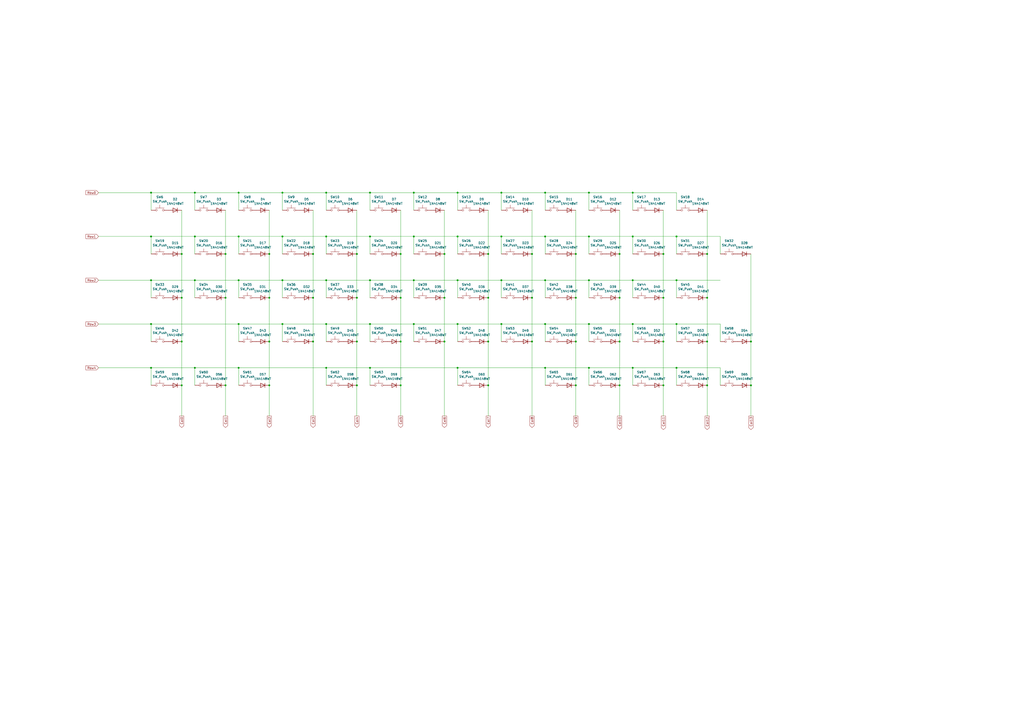
<source format=kicad_sch>
(kicad_sch (version 20250114) (generator "eeschema") (generator_version "9.0")
  (paper "A2")
  (junction (at 308.61 147.32))
  (junction (at 130.81 223.52))
  (junction (at 341.63 111.76))
  (junction (at 240.03 137.16))
  (junction (at 130.81 147.32))
  (junction (at 308.61 172.72))
  (junction (at 392.43 187.96))
  (junction (at 316.23 213.36))
  (junction (at 232.41 172.72))
  (junction (at 359.41 147.32))
  (junction (at 290.83 111.76))
  (junction (at 367.03 162.56))
  (junction (at 163.83 137.16))
  (junction (at 316.23 137.16))
  (junction (at 240.03 162.56))
  (junction (at 181.61 147.32))
  (junction (at 163.83 162.56))
  (junction (at 214.63 162.56))
  (junction (at 156.21 147.32))
  (junction (at 138.43 162.56))
  (junction (at 156.21 198.12))
  (junction (at 130.81 172.72))
  (junction (at 392.43 213.36))
  (junction (at 181.61 172.72))
  (junction (at 105.41 172.72))
  (junction (at 359.41 198.12))
  (junction (at 367.03 137.16))
  (junction (at 87.63 213.36))
  (junction (at 113.03 162.56))
  (junction (at 334.01 223.52))
  (junction (at 156.21 172.72))
  (junction (at 189.23 162.56))
  (junction (at 334.01 172.72))
  (junction (at 384.81 198.12))
  (junction (at 240.03 111.76))
  (junction (at 316.23 187.96))
  (junction (at 290.83 187.96))
  (junction (at 435.61 223.52))
  (junction (at 189.23 187.96))
  (junction (at 265.43 111.76))
  (junction (at 232.41 198.12))
  (junction (at 283.21 147.32))
  (junction (at 367.03 213.36))
  (junction (at 290.83 162.56))
  (junction (at 232.41 223.52))
  (junction (at 207.01 147.32))
  (junction (at 189.23 213.36))
  (junction (at 410.21 147.32))
  (junction (at 341.63 137.16))
  (junction (at 334.01 147.32))
  (junction (at 341.63 213.36))
  (junction (at 341.63 162.56))
  (junction (at 283.21 198.12))
  (junction (at 265.43 137.16))
  (junction (at 214.63 137.16))
  (junction (at 138.43 111.76))
  (junction (at 113.03 137.16))
  (junction (at 105.41 223.52))
  (junction (at 410.21 223.52))
  (junction (at 334.01 198.12))
  (junction (at 367.03 111.76))
  (junction (at 316.23 111.76))
  (junction (at 214.63 111.76))
  (junction (at 163.83 187.96))
  (junction (at 265.43 213.36))
  (junction (at 207.01 198.12))
  (junction (at 435.61 198.12))
  (junction (at 189.23 137.16))
  (junction (at 87.63 162.56))
  (junction (at 384.81 172.72))
  (junction (at 308.61 198.12))
  (junction (at 207.01 223.52))
  (junction (at 283.21 223.52))
  (junction (at 138.43 213.36))
  (junction (at 257.81 147.32))
  (junction (at 257.81 198.12))
  (junction (at 87.63 137.16))
  (junction (at 138.43 137.16))
  (junction (at 189.23 111.76))
  (junction (at 87.63 111.76))
  (junction (at 232.41 147.32))
  (junction (at 384.81 147.32))
  (junction (at 359.41 172.72))
  (junction (at 163.83 111.76))
  (junction (at 265.43 187.96))
  (junction (at 181.61 198.12))
  (junction (at 138.43 187.96))
  (junction (at 392.43 137.16))
  (junction (at 316.23 162.56))
  (junction (at 359.41 223.52))
  (junction (at 367.03 187.96))
  (junction (at 257.81 172.72))
  (junction (at 105.41 147.32))
  (junction (at 113.03 111.76))
  (junction (at 105.41 198.12))
  (junction (at 410.21 198.12))
  (junction (at 214.63 213.36))
  (junction (at 113.03 213.36))
  (junction (at 240.03 187.96))
  (junction (at 410.21 172.72))
  (junction (at 392.43 162.56))
  (junction (at 207.01 172.72))
  (junction (at 214.63 187.96))
  (junction (at 87.63 187.96))
  (junction (at 384.81 223.52))
  (junction (at 341.63 187.96))
  (junction (at 283.21 172.72))
  (junction (at 290.83 137.16))
  (junction (at 156.21 223.52))
  (junction (at 265.43 162.56))
  (wire (pts (xy 189.23 111.76) (xy 214.63 111.76)))
  (wire (pts (xy 113.03 162.56) (xy 138.43 162.56)))
  (wire (pts (xy 57.15 162.56) (xy 87.63 162.56)))
  (wire (pts (xy 367.03 137.16) (xy 367.03 147.32)))
  (wire (pts (xy 87.63 187.96) (xy 138.43 187.96)))
  (wire (pts (xy 283.21 223.52) (xy 283.21 241.3)))
  (wire (pts (xy 257.81 198.12) (xy 257.81 241.3)))
  (wire (pts (xy 214.63 213.36) (xy 214.63 223.52)))
  (wire (pts (xy 308.61 172.72) (xy 308.61 198.12)))
  (wire (pts (xy 189.23 187.96) (xy 214.63 187.96)))
  (wire (pts (xy 410.21 147.32) (xy 410.21 172.72)))
  (wire (pts (xy 214.63 137.16) (xy 240.03 137.16)))
  (wire (pts (xy 189.23 137.16) (xy 214.63 137.16)))
  (wire (pts (xy 417.83 213.36) (xy 417.83 223.52)))
  (wire (pts (xy 257.81 121.92) (xy 257.81 147.32)))
  (wire (pts (xy 290.83 137.16) (xy 290.83 147.32)))
  (wire (pts (xy 156.21 147.32) (xy 156.21 172.72)))
  (wire (pts (xy 189.23 213.36) (xy 189.23 223.52)))
  (wire (pts (xy 240.03 137.16) (xy 265.43 137.16)))
  (wire (pts (xy 189.23 111.76) (xy 189.23 121.92)))
  (wire (pts (xy 367.03 187.96) (xy 367.03 198.12)))
  (wire (pts (xy 290.83 162.56) (xy 316.23 162.56)))
  (wire (pts (xy 367.03 187.96) (xy 392.43 187.96)))
  (wire (pts (xy 359.41 147.32) (xy 359.41 172.72)))
  (wire (pts (xy 138.43 213.36) (xy 189.23 213.36)))
  (wire (pts (xy 87.63 111.76) (xy 113.03 111.76)))
  (wire (pts (xy 138.43 213.36) (xy 138.43 223.52)))
  (wire (pts (xy 214.63 137.16) (xy 214.63 147.32)))
  (wire (pts (xy 57.15 137.16) (xy 87.63 137.16)))
  (wire (pts (xy 87.63 213.36) (xy 87.63 223.52)))
  (wire (pts (xy 214.63 162.56) (xy 214.63 172.72)))
  (wire (pts (xy 138.43 111.76) (xy 138.43 121.92)))
  (wire (pts (xy 367.03 111.76) (xy 392.43 111.76)))
  (wire (pts (xy 214.63 162.56) (xy 240.03 162.56)))
  (wire (pts (xy 214.63 111.76) (xy 214.63 121.92)))
  (wire (pts (xy 384.81 121.92) (xy 384.81 147.32)))
  (wire (pts (xy 392.43 162.56) (xy 392.43 172.72)))
  (wire (pts (xy 265.43 187.96) (xy 290.83 187.96)))
  (wire (pts (xy 283.21 147.32) (xy 283.21 172.72)))
  (wire (pts (xy 392.43 187.96) (xy 417.83 187.96)))
  (wire (pts (xy 113.03 213.36) (xy 113.03 223.52)))
  (wire (pts (xy 163.83 162.56) (xy 189.23 162.56)))
  (wire (pts (xy 341.63 213.36) (xy 367.03 213.36)))
  (wire (pts (xy 384.81 198.12) (xy 384.81 223.52)))
  (wire (pts (xy 410.21 121.92) (xy 410.21 147.32)))
  (wire (pts (xy 316.23 187.96) (xy 316.23 198.12)))
  (wire (pts (xy 232.41 198.12) (xy 232.41 223.52)))
  (wire (pts (xy 214.63 187.96) (xy 214.63 198.12)))
  (wire (pts (xy 341.63 187.96) (xy 367.03 187.96)))
  (wire (pts (xy 359.41 223.52) (xy 359.41 241.3)))
  (wire (pts (xy 189.23 137.16) (xy 189.23 147.32)))
  (wire (pts (xy 113.03 137.16) (xy 138.43 137.16)))
  (wire (pts (xy 316.23 162.56) (xy 341.63 162.56)))
  (wire (pts (xy 207.01 121.92) (xy 207.01 147.32)))
  (wire (pts (xy 392.43 111.76) (xy 392.43 121.92)))
  (wire (pts (xy 105.41 121.92) (xy 105.41 147.32)))
  (wire (pts (xy 334.01 172.72) (xy 334.01 198.12)))
  (wire (pts (xy 265.43 213.36) (xy 316.23 213.36)))
  (wire (pts (xy 87.63 111.76) (xy 87.63 121.92)))
  (wire (pts (xy 265.43 213.36) (xy 265.43 223.52)))
  (wire (pts (xy 334.01 223.52) (xy 334.01 241.3)))
  (wire (pts (xy 130.81 172.72) (xy 130.81 223.52)))
  (wire (pts (xy 189.23 187.96) (xy 189.23 198.12)))
  (wire (pts (xy 410.21 172.72) (xy 410.21 198.12)))
  (wire (pts (xy 232.41 147.32) (xy 232.41 172.72)))
  (wire (pts (xy 189.23 162.56) (xy 214.63 162.56)))
  (wire (pts (xy 232.41 223.52) (xy 232.41 241.3)))
  (wire (pts (xy 334.01 121.92) (xy 334.01 147.32)))
  (wire (pts (xy 359.41 198.12) (xy 359.41 223.52)))
  (wire (pts (xy 392.43 162.56) (xy 417.83 162.56)))
  (wire (pts (xy 113.03 137.16) (xy 113.03 147.32)))
  (wire (pts (xy 367.03 111.76) (xy 367.03 121.92)))
  (wire (pts (xy 257.81 172.72) (xy 257.81 198.12)))
  (wire (pts (xy 341.63 162.56) (xy 367.03 162.56)))
  (wire (pts (xy 240.03 162.56) (xy 265.43 162.56)))
  (wire (pts (xy 105.41 198.12) (xy 105.41 223.52)))
  (wire (pts (xy 265.43 111.76) (xy 290.83 111.76)))
  (wire (pts (xy 384.81 172.72) (xy 384.81 198.12)))
  (wire (pts (xy 316.23 111.76) (xy 316.23 121.92)))
  (wire (pts (xy 341.63 213.36) (xy 341.63 223.52)))
  (wire (pts (xy 257.81 147.32) (xy 257.81 172.72)))
  (wire (pts (xy 138.43 111.76) (xy 163.83 111.76)))
  (wire (pts (xy 359.41 121.92) (xy 359.41 147.32)))
  (wire (pts (xy 290.83 162.56) (xy 290.83 172.72)))
  (wire (pts (xy 367.03 213.36) (xy 392.43 213.36)))
  (wire (pts (xy 290.83 187.96) (xy 290.83 198.12)))
  (wire (pts (xy 138.43 137.16) (xy 163.83 137.16)))
  (wire (pts (xy 57.15 111.76) (xy 87.63 111.76)))
  (wire (pts (xy 113.03 111.76) (xy 138.43 111.76)))
  (wire (pts (xy 207.01 147.32) (xy 207.01 172.72)))
  (wire (pts (xy 189.23 213.36) (xy 214.63 213.36)))
  (wire (pts (xy 87.63 162.56) (xy 113.03 162.56)))
  (wire (pts (xy 232.41 121.92) (xy 232.41 147.32)))
  (wire (pts (xy 181.61 198.12) (xy 181.61 241.3)))
  (wire (pts (xy 163.83 137.16) (xy 163.83 147.32)))
  (wire (pts (xy 87.63 213.36) (xy 113.03 213.36)))
  (wire (pts (xy 207.01 223.52) (xy 207.01 241.3)))
  (wire (pts (xy 189.23 162.56) (xy 189.23 172.72)))
  (wire (pts (xy 341.63 187.96) (xy 341.63 198.12)))
  (wire (pts (xy 240.03 137.16) (xy 240.03 147.32)))
  (wire (pts (xy 308.61 147.32) (xy 308.61 172.72)))
  (wire (pts (xy 410.21 223.52) (xy 410.21 241.3)))
  (wire (pts (xy 384.81 147.32) (xy 384.81 172.72)))
  (wire (pts (xy 290.83 137.16) (xy 316.23 137.16)))
  (wire (pts (xy 341.63 137.16) (xy 341.63 147.32)))
  (wire (pts (xy 138.43 162.56) (xy 138.43 172.72)))
  (wire (pts (xy 87.63 162.56) (xy 87.63 172.72)))
  (wire (pts (xy 392.43 137.16) (xy 417.83 137.16)))
  (wire (pts (xy 435.61 198.12) (xy 435.61 223.52)))
  (wire (pts (xy 290.83 111.76) (xy 290.83 121.92)))
  (wire (pts (xy 367.03 137.16) (xy 392.43 137.16)))
  (wire (pts (xy 207.01 198.12) (xy 207.01 223.52)))
  (wire (pts (xy 156.21 172.72) (xy 156.21 198.12)))
  (wire (pts (xy 384.81 223.52) (xy 384.81 241.3)))
  (wire (pts (xy 240.03 187.96) (xy 240.03 198.12)))
  (wire (pts (xy 316.23 213.36) (xy 316.23 223.52)))
  (wire (pts (xy 265.43 137.16) (xy 290.83 137.16)))
  (wire (pts (xy 334.01 147.32) (xy 334.01 172.72)))
  (wire (pts (xy 130.81 121.92) (xy 130.81 147.32)))
  (wire (pts (xy 341.63 162.56) (xy 341.63 172.72)))
  (wire (pts (xy 113.03 213.36) (xy 138.43 213.36)))
  (wire (pts (xy 283.21 172.72) (xy 283.21 198.12)))
  (wire (pts (xy 240.03 111.76) (xy 240.03 121.92)))
  (wire (pts (xy 57.15 187.96) (xy 87.63 187.96)))
  (wire (pts (xy 138.43 187.96) (xy 138.43 198.12)))
  (wire (pts (xy 163.83 162.56) (xy 163.83 172.72)))
  (wire (pts (xy 181.61 172.72) (xy 181.61 198.12)))
  (wire (pts (xy 232.41 172.72) (xy 232.41 198.12)))
  (wire (pts (xy 130.81 223.52) (xy 130.81 241.3)))
  (wire (pts (xy 435.61 147.32) (xy 435.61 198.12)))
  (wire (pts (xy 87.63 187.96) (xy 87.63 198.12)))
  (wire (pts (xy 265.43 187.96) (xy 265.43 198.12)))
  (wire (pts (xy 316.23 111.76) (xy 341.63 111.76)))
  (wire (pts (xy 316.23 187.96) (xy 341.63 187.96)))
  (wire (pts (xy 105.41 172.72) (xy 105.41 198.12)))
  (wire (pts (xy 283.21 121.92) (xy 283.21 147.32)))
  (wire (pts (xy 240.03 162.56) (xy 240.03 172.72)))
  (wire (pts (xy 392.43 213.36) (xy 392.43 223.52)))
  (wire (pts (xy 308.61 198.12) (xy 308.61 241.3)))
  (wire (pts (xy 316.23 137.16) (xy 316.23 147.32)))
  (wire (pts (xy 240.03 187.96) (xy 265.43 187.96)))
  (wire (pts (xy 163.83 187.96) (xy 163.83 198.12)))
  (wire (pts (xy 156.21 198.12) (xy 156.21 223.52)))
  (wire (pts (xy 57.15 213.36) (xy 87.63 213.36)))
  (wire (pts (xy 113.03 162.56) (xy 113.03 172.72)))
  (wire (pts (xy 316.23 213.36) (xy 341.63 213.36)))
  (wire (pts (xy 207.01 172.72) (xy 207.01 198.12)))
  (wire (pts (xy 359.41 172.72) (xy 359.41 198.12)))
  (wire (pts (xy 138.43 187.96) (xy 163.83 187.96)))
  (wire (pts (xy 392.43 187.96) (xy 392.43 198.12)))
  (wire (pts (xy 113.03 111.76) (xy 113.03 121.92)))
  (wire (pts (xy 105.41 147.32) (xy 105.41 172.72)))
  (wire (pts (xy 163.83 187.96) (xy 189.23 187.96)))
  (wire (pts (xy 87.63 137.16) (xy 87.63 147.32)))
  (wire (pts (xy 417.83 137.16) (xy 417.83 147.32)))
  (wire (pts (xy 265.43 111.76) (xy 265.43 121.92)))
  (wire (pts (xy 163.83 111.76) (xy 189.23 111.76)))
  (wire (pts (xy 130.81 147.32) (xy 130.81 172.72)))
  (wire (pts (xy 392.43 213.36) (xy 417.83 213.36)))
  (wire (pts (xy 163.83 111.76) (xy 163.83 121.92)))
  (wire (pts (xy 341.63 111.76) (xy 367.03 111.76)))
  (wire (pts (xy 181.61 147.32) (xy 181.61 172.72)))
  (wire (pts (xy 87.63 137.16) (xy 113.03 137.16)))
  (wire (pts (xy 392.43 137.16) (xy 392.43 147.32)))
  (wire (pts (xy 214.63 213.36) (xy 265.43 213.36)))
  (wire (pts (xy 105.41 223.52) (xy 105.41 241.3)))
  (wire (pts (xy 367.03 213.36) (xy 367.03 223.52)))
  (wire (pts (xy 156.21 223.52) (xy 156.21 241.3)))
  (wire (pts (xy 367.03 162.56) (xy 392.43 162.56)))
  (wire (pts (xy 156.21 121.92) (xy 156.21 147.32)))
  (wire (pts (xy 283.21 198.12) (xy 283.21 223.52)))
  (wire (pts (xy 334.01 198.12) (xy 334.01 223.52)))
  (wire (pts (xy 240.03 111.76) (xy 265.43 111.76)))
  (wire (pts (xy 265.43 162.56) (xy 290.83 162.56)))
  (wire (pts (xy 410.21 198.12) (xy 410.21 223.52)))
  (wire (pts (xy 435.61 223.52) (xy 435.61 241.3)))
  (wire (pts (xy 163.83 137.16) (xy 189.23 137.16)))
  (wire (pts (xy 316.23 137.16) (xy 341.63 137.16)))
  (wire (pts (xy 214.63 111.76) (xy 240.03 111.76)))
  (wire (pts (xy 138.43 137.16) (xy 138.43 147.32)))
  (wire (pts (xy 181.61 121.92) (xy 181.61 147.32)))
  (wire (pts (xy 214.63 187.96) (xy 240.03 187.96)))
  (wire (pts (xy 290.83 111.76) (xy 316.23 111.76)))
  (wire (pts (xy 341.63 111.76) (xy 341.63 121.92)))
  (wire (pts (xy 341.63 137.16) (xy 367.03 137.16)))
  (wire (pts (xy 417.83 187.96) (xy 417.83 198.12)))
  (wire (pts (xy 138.43 162.56) (xy 163.83 162.56)))
  (wire (pts (xy 367.03 162.56) (xy 367.03 172.72)))
  (wire (pts (xy 290.83 187.96) (xy 316.23 187.96)))
  (wire (pts (xy 265.43 162.56) (xy 265.43 172.72)))
  (wire (pts (xy 265.43 137.16) (xy 265.43 147.32)))
  (wire (pts (xy 316.23 162.56) (xy 316.23 172.72)))
  (wire (pts (xy 308.61 121.92) (xy 308.61 147.32)))
  (global_label "Col3" (shape output) (at 181.61 241.3 270) (property "Intersheetrefs" "${INTERSHEET_REFS}" (effects (hide yes))))
  (global_label "Row1" (shape input) (at 57.15 137.16 180) (property "Intersheetrefs" "${INTERSHEET_REFS}" (effects (hide yes))))
  (global_label "Col6" (shape output) (at 257.81 241.3 270) (property "Intersheetrefs" "${INTERSHEET_REFS}" (effects (hide yes))))
  (global_label "Col8" (shape output) (at 308.61 241.3 270) (property "Intersheetrefs" "${INTERSHEET_REFS}" (effects (hide yes))))
  (global_label "Col1" (shape output) (at 130.81 241.3 270) (property "Intersheetrefs" "${INTERSHEET_REFS}" (effects (hide yes))))
  (global_label "Col13" (shape output) (at 435.61 241.3 270) (property "Intersheetrefs" "${INTERSHEET_REFS}" (effects (hide yes))))
  (global_label "Col2" (shape output) (at 156.21 241.3 270) (property "Intersheetrefs" "${INTERSHEET_REFS}" (effects (hide yes))))
  (global_label "Col5" (shape output) (at 232.41 241.3 270) (property "Intersheetrefs" "${INTERSHEET_REFS}" (effects (hide yes))))
  (global_label "Row2" (shape input) (at 57.15 162.56 180) (property "Intersheetrefs" "${INTERSHEET_REFS}" (effects (hide yes))))
  (global_label "Col12" (shape output) (at 410.21 241.3 270) (property "Intersheetrefs" "${INTERSHEET_REFS}" (effects (hide yes))))
  (global_label "Col9" (shape output) (at 334.01 241.3 270) (property "Intersheetrefs" "${INTERSHEET_REFS}" (effects (hide yes))))
  (global_label "Col7" (shape output) (at 283.21 241.3 270) (property "Intersheetrefs" "${INTERSHEET_REFS}" (effects (hide yes))))
  (global_label "Col4" (shape output) (at 207.01 241.3 270) (property "Intersheetrefs" "${INTERSHEET_REFS}" (effects (hide yes))))
  (global_label "Col10" (shape output) (at 359.41 241.3 270) (property "Intersheetrefs" "${INTERSHEET_REFS}" (effects (hide yes))))
  (global_label "Row0" (shape input) (at 57.15 111.76 180) (property "Intersheetrefs" "${INTERSHEET_REFS}" (effects (hide yes))))
  (global_label "Row3" (shape input) (at 57.15 187.96 180) (property "Intersheetrefs" "${INTERSHEET_REFS}" (effects (hide yes))))
  (global_label "Col0" (shape output) (at 105.41 241.3 270) (property "Intersheetrefs" "${INTERSHEET_REFS}" (effects (hide yes))))
  (global_label "Col11" (shape output) (at 384.81 241.3 270) (property "Intersheetrefs" "${INTERSHEET_REFS}" (effects (hide yes))))
  (global_label "Row4" (shape input) (at 57.15 213.36 180) (property "Intersheetrefs" "${INTERSHEET_REFS}" (effects (hide yes))))
  (symbol (lib_id "Diode:1N4148WT") (at 203.2 172.72 180) (unit 1)
    (property "Reference" "D33" (at 203.2 166.37 0))
    (property "Value" "1N4148WT" (at 203.2 168.91 0))
    (property "Footprint" "Diode_SMD:D_SOD-323_HandSoldering" (effects (hide yes)))
    (property "Datasheet" "https://www.diodes.com/assets/Datasheets/ds30396.pdf" (effects (hide yes)))
    (property "Description" "75V 0.15A Fast switching Diode, SOD-523" (effects (hide yes)))
    (property "Sim.Device" "D" (effects (hide yes)))
    (property "Sim.Pins" "1=K 2=A" (effects (hide yes)))
  )
  (symbol (lib_id "Diode:1N4148WT") (at 381 172.72 180) (unit 1)
    (property "Reference" "D40" (at 381 166.37 0))
    (property "Value" "1N4148WT" (at 381 168.91 0))
    (property "Footprint" "Diode_SMD:D_SOD-323_HandSoldering" (effects (hide yes)))
    (property "Datasheet" "https://www.diodes.com/assets/Datasheets/ds30396.pdf" (effects (hide yes)))
    (property "Description" "75V 0.15A Fast switching Diode, SOD-523" (effects (hide yes)))
    (property "Sim.Device" "D" (effects (hide yes)))
    (property "Sim.Pins" "1=K 2=A" (effects (hide yes)))
  )
  (symbol (lib_id "Diode:1N4148WT") (at 101.6 121.92 180) (unit 1)
    (property "Reference" "D2" (at 101.6 115.57 0))
    (property "Value" "1N4148WT" (at 101.6 118.11 0))
    (property "Footprint" "Diode_SMD:D_SOD-323_HandSoldering" (effects (hide yes)))
    (property "Datasheet" "https://www.diodes.com/assets/Datasheets/ds30396.pdf" (effects (hide yes)))
    (property "Description" "75V 0.15A Fast switching Diode, SOD-523" (effects (hide yes)))
    (property "Sim.Device" "D" (effects (hide yes)))
    (property "Sim.Pins" "1=K 2=A" (effects (hide yes)))
  )
  (symbol (lib_id "Switch:SW_Push") (at 270.51 223.52 0) (unit 1)
    (property "Reference" "SW64" (at 270.51 215.9 0))
    (property "Value" "SW_Push" (at 270.51 218.44 0))
    (property "Footprint" "Button_Switch_Keyboard:SW_Cherry_MX_2.25u_PCB" (effects (hide yes)))
  )
  (symbol (lib_id "Diode:1N4148WT") (at 279.4 147.32 180) (unit 1)
    (property "Reference" "D22" (at 279.4 140.97 0))
    (property "Value" "1N4148WT" (at 279.4 143.51 0))
    (property "Footprint" "Diode_SMD:D_SOD-323_HandSoldering" (effects (hide yes)))
    (property "Datasheet" "https://www.diodes.com/assets/Datasheets/ds30396.pdf" (effects (hide yes)))
    (property "Description" "75V 0.15A Fast switching Diode, SOD-523" (effects (hide yes)))
    (property "Sim.Device" "D" (effects (hide yes)))
    (property "Sim.Pins" "1=K 2=A" (effects (hide yes)))
  )
  (symbol (lib_id "Diode:1N4148WT") (at 431.8 198.12 180) (unit 1)
    (property "Reference" "D54" (at 431.8 191.77 0))
    (property "Value" "1N4148WT" (at 431.8 194.31 0))
    (property "Footprint" "Diode_SMD:D_SOD-323_HandSoldering" (effects (hide yes)))
    (property "Datasheet" "https://www.diodes.com/assets/Datasheets/ds30396.pdf" (effects (hide yes)))
    (property "Description" "75V 0.15A Fast switching Diode, SOD-523" (effects (hide yes)))
    (property "Sim.Device" "D" (effects (hide yes)))
    (property "Sim.Pins" "1=K 2=A" (effects (hide yes)))
  )
  (symbol (lib_id "Diode:1N4148WT") (at 355.6 172.72 180) (unit 1)
    (property "Reference" "D39" (at 355.6 166.37 0))
    (property "Value" "1N4148WT" (at 355.6 168.91 0))
    (property "Footprint" "Diode_SMD:D_SOD-323_HandSoldering" (effects (hide yes)))
    (property "Datasheet" "https://www.diodes.com/assets/Datasheets/ds30396.pdf" (effects (hide yes)))
    (property "Description" "75V 0.15A Fast switching Diode, SOD-523" (effects (hide yes)))
    (property "Sim.Device" "D" (effects (hide yes)))
    (property "Sim.Pins" "1=K 2=A" (effects (hide yes)))
  )
  (symbol (lib_id "Switch:SW_Push") (at 397.51 147.32 0) (unit 1)
    (property "Reference" "SW31" (at 397.51 139.7 0))
    (property "Value" "SW_Push" (at 397.51 142.24 0))
    (property "Footprint" "Button_Switch_Keyboard:SW_Cherry_MX_1.00u_PCB" (effects (hide yes)))
    (property "Description" "Push button switch, generic, two pins" (effects (hide yes)))
  )
  (symbol (lib_id "Diode:1N4148WT") (at 381 198.12 180) (unit 1)
    (property "Reference" "D52" (at 381 191.77 0))
    (property "Value" "1N4148WT" (at 381 194.31 0))
    (property "Footprint" "Diode_SMD:D_SOD-323_HandSoldering" (effects (hide yes)))
    (property "Datasheet" "https://www.diodes.com/assets/Datasheets/ds30396.pdf" (effects (hide yes)))
    (property "Description" "75V 0.15A Fast switching Diode, SOD-523" (effects (hide yes)))
    (property "Sim.Device" "D" (effects (hide yes)))
    (property "Sim.Pins" "1=K 2=A" (effects (hide yes)))
  )
  (symbol (lib_id "Switch:SW_Push") (at 92.71 147.32 0) (unit 1)
    (property "Reference" "SW19" (at 92.71 139.7 0))
    (property "Value" "SW_Push" (at 92.71 142.24 0))
    (property "Footprint" "Button_Switch_Keyboard:SW_Cherry_MX_1.00u_PCB" (effects (hide yes)))
  )
  (symbol (lib_id "Diode:1N4148WT") (at 101.6 223.52 180) (unit 1)
    (property "Reference" "D55" (at 101.6 217.17 0))
    (property "Value" "1N4148WT" (at 101.6 219.71 0))
    (property "Footprint" "Diode_SMD:D_SOD-323_HandSoldering" (effects (hide yes)))
    (property "Datasheet" "https://www.diodes.com/assets/Datasheets/ds30396.pdf" (effects (hide yes)))
    (property "Description" "75V 0.15A Fast switching Diode, SOD-523" (effects (hide yes)))
    (property "Sim.Device" "D" (effects (hide yes)))
    (property "Sim.Pins" "1=K 2=A" (effects (hide yes)))
  )
  (symbol (lib_id "Switch:SW_Push") (at 92.71 223.52 0) (unit 1)
    (property "Reference" "SW59" (at 92.71 215.9 0))
    (property "Value" "SW_Push" (at 92.71 218.44 0))
    (property "Footprint" "Button_Switch_Keyboard:SW_Cherry_MX_1.25u_PCB" (effects (hide yes)))
    (property "Description" "Push button switch, generic, two pins" (effects (hide yes)))
  )
  (symbol (lib_id "Diode:1N4148WT") (at 431.8 223.52 180) (unit 1)
    (property "Reference" "D65" (at 431.8 217.17 0))
    (property "Value" "1N4148WT" (at 431.8 219.71 0))
    (property "Footprint" "Diode_SMD:D_SOD-323_HandSoldering" (effects (hide yes)))
    (property "Datasheet" "https://www.diodes.com/assets/Datasheets/ds30396.pdf" (effects (hide yes)))
    (property "Description" "75V 0.15A Fast switching Diode, SOD-523" (effects (hide yes)))
    (property "Sim.Device" "D" (effects (hide yes)))
    (property "Sim.Pins" "1=K 2=A" (effects (hide yes)))
  )
  (symbol (lib_id "Diode:1N4148WT") (at 152.4 198.12 180) (unit 1)
    (property "Reference" "D43" (at 152.4 191.77 0))
    (property "Value" "1N4148WT" (at 152.4 194.31 0))
    (property "Footprint" "Diode_SMD:D_SOD-323_HandSoldering" (effects (hide yes)))
    (property "Datasheet" "https://www.diodes.com/assets/Datasheets/ds30396.pdf" (effects (hide yes)))
    (property "Description" "75V 0.15A Fast switching Diode, SOD-523" (effects (hide yes)))
    (property "Sim.Device" "D" (effects (hide yes)))
    (property "Sim.Pins" "1=K 2=A" (effects (hide yes)))
  )
  (symbol (lib_id "Switch:SW_Push") (at 346.71 121.92 0) (unit 1)
    (property "Reference" "SW16" (at 346.71 114.3 0))
    (property "Value" "SW_Push" (at 346.71 116.84 0))
    (property "Footprint" "Button_Switch_Keyboard:SW_Cherry_MX_1.00u_PCB" (effects (hide yes)))
    (property "Description" "Push button switch, generic, two pins" (effects (hide yes)))
  )
  (symbol (lib_id "Diode:1N4148WT") (at 101.6 198.12 180) (unit 1)
    (property "Reference" "D42" (at 101.6 191.77 0))
    (property "Value" "1N4148WT" (at 101.6 194.31 0))
    (property "Footprint" "Diode_SMD:D_SOD-323_HandSoldering" (effects (hide yes)))
    (property "Datasheet" "https://www.diodes.com/assets/Datasheets/ds30396.pdf" (effects (hide yes)))
    (property "Description" "75V 0.15A Fast switching Diode, SOD-523" (effects (hide yes)))
    (property "Sim.Device" "D" (effects (hide yes)))
    (property "Sim.Pins" "1=K 2=A" (effects (hide yes)))
  )
  (symbol (lib_id "Diode:1N4148WT") (at 254 172.72 180) (unit 1)
    (property "Reference" "D35" (at 254 166.37 0))
    (property "Value" "1N4148WT" (at 254 168.91 0))
    (property "Footprint" "Diode_SMD:D_SOD-323_HandSoldering" (effects (hide yes)))
    (property "Datasheet" "https://www.diodes.com/assets/Datasheets/ds30396.pdf" (effects (hide yes)))
    (property "Description" "75V 0.15A Fast switching Diode, SOD-523" (effects (hide yes)))
    (property "Sim.Device" "D" (effects (hide yes)))
    (property "Sim.Pins" "1=K 2=A" (effects (hide yes)))
  )
  (symbol (lib_id "Diode:1N4148WT") (at 203.2 198.12 180) (unit 1)
    (property "Reference" "D45" (at 203.2 191.77 0))
    (property "Value" "1N4148WT" (at 203.2 194.31 0))
    (property "Footprint" "Diode_SMD:D_SOD-323_HandSoldering" (effects (hide yes)))
    (property "Datasheet" "https://www.diodes.com/assets/Datasheets/ds30396.pdf" (effects (hide yes)))
    (property "Description" "75V 0.15A Fast switching Diode, SOD-523" (effects (hide yes)))
    (property "Sim.Device" "D" (effects (hide yes)))
    (property "Sim.Pins" "1=K 2=A" (effects (hide yes)))
  )
  (symbol (lib_id "Switch:SW_Push") (at 92.71 121.92 0) (unit 1)
    (property "Reference" "SW6" (at 92.71 114.3 0))
    (property "Value" "SW_Push" (at 92.71 116.84 0))
    (property "Footprint" "Button_Switch_Keyboard:SW_Cherry_MX_1.25u_PCB" (effects (hide yes)))
  )
  (symbol (lib_id "Diode:1N4148WT") (at 330.2 147.32 180) (unit 1)
    (property "Reference" "D24" (at 330.2 140.97 0))
    (property "Value" "1N4148WT" (at 330.2 143.51 0))
    (property "Footprint" "Diode_SMD:D_SOD-323_HandSoldering" (effects (hide yes)))
    (property "Datasheet" "https://www.diodes.com/assets/Datasheets/ds30396.pdf" (effects (hide yes)))
    (property "Description" "75V 0.15A Fast switching Diode, SOD-523" (effects (hide yes)))
    (property "Sim.Device" "D" (effects (hide yes)))
    (property "Sim.Pins" "1=K 2=A" (effects (hide yes)))
  )
  (symbol (lib_id "Diode:1N4148WT") (at 228.6 147.32 180) (unit 1)
    (property "Reference" "D20" (at 228.6 140.97 0))
    (property "Value" "1N4148WT" (at 228.6 143.51 0))
    (property "Footprint" "Diode_SMD:D_SOD-323_HandSoldering" (effects (hide yes)))
    (property "Datasheet" "https://www.diodes.com/assets/Datasheets/ds30396.pdf" (effects (hide yes)))
    (property "Description" "75V 0.15A Fast switching Diode, SOD-523" (effects (hide yes)))
    (property "Sim.Device" "D" (effects (hide yes)))
    (property "Sim.Pins" "1=K 2=A" (effects (hide yes)))
  )
  (symbol (lib_id "Diode:1N4148WT") (at 228.6 121.92 180) (unit 1)
    (property "Reference" "D7" (at 228.6 115.57 0))
    (property "Value" "1N4148WT" (at 228.6 118.11 0))
    (property "Footprint" "Diode_SMD:D_SOD-323_HandSoldering" (effects (hide yes)))
    (property "Datasheet" "https://www.diodes.com/assets/Datasheets/ds30396.pdf" (effects (hide yes)))
    (property "Description" "75V 0.15A Fast switching Diode, SOD-523" (effects (hide yes)))
    (property "Sim.Device" "D" (effects (hide yes)))
    (property "Sim.Pins" "1=K 2=A" (effects (hide yes)))
  )
  (symbol (lib_id "Switch:SW_Push") (at 422.91 223.52 0) (unit 1)
    (property "Reference" "SW69" (at 422.91 215.9 0))
    (property "Value" "SW_Push" (at 422.91 218.44 0))
    (property "Footprint" "Button_Switch_Keyboard:SW_Cherry_MX_1.00u_PCB" (effects (hide yes)))
    (property "Description" "Push button switch, generic, two pins" (effects (hide yes)))
  )
  (symbol (lib_id "Diode:1N4148WT") (at 406.4 147.32 180) (unit 1)
    (property "Reference" "D27" (at 406.4 140.97 0))
    (property "Value" "1N4148WT" (at 406.4 143.51 0))
    (property "Footprint" "Diode_SMD:D_SOD-323_HandSoldering" (effects (hide yes)))
    (property "Datasheet" "https://www.diodes.com/assets/Datasheets/ds30396.pdf" (effects (hide yes)))
    (property "Description" "75V 0.15A Fast switching Diode, SOD-523" (effects (hide yes)))
    (property "Sim.Device" "D" (effects (hide yes)))
    (property "Sim.Pins" "1=K 2=A" (effects (hide yes)))
  )
  (symbol (lib_id "Switch:SW_Push") (at 194.31 147.32 0) (unit 1)
    (property "Reference" "SW23" (at 194.31 139.7 0))
    (property "Value" "SW_Push" (at 194.31 142.24 0))
    (property "Footprint" "Button_Switch_Keyboard:SW_Cherry_MX_1.00u_PCB" (effects (hide yes)))
    (property "Description" "Push button switch, generic, two pins" (effects (hide yes)))
  )
  (symbol (lib_id "Switch:SW_Push") (at 92.71 198.12 0) (unit 1)
    (property "Reference" "SW46" (at 92.71 190.5 0))
    (property "Value" "SW_Push" (at 92.71 193.04 0))
    (property "Footprint" "Button_Switch_Keyboard:SW_Cherry_MX_1.75u_PCB" (effects (hide yes)))
  )
  (symbol (lib_id "Switch:SW_Push") (at 270.51 121.92 0) (unit 1)
    (property "Reference" "SW13" (at 270.51 114.3 0))
    (property "Value" "SW_Push" (at 270.51 116.84 0))
    (property "Footprint" "Button_Switch_Keyboard:SW_Cherry_MX_1.00u_PCB" (effects (hide yes)))
    (property "Description" "Push button switch, generic, two pins" (effects (hide yes)))
  )
  (symbol (lib_id "Diode:1N4148WT") (at 228.6 172.72 180) (unit 1)
    (property "Reference" "D34" (at 228.6 166.37 0))
    (property "Value" "1N4148WT" (at 228.6 168.91 0))
    (property "Footprint" "Diode_SMD:D_SOD-323_HandSoldering" (effects (hide yes)))
    (property "Datasheet" "https://www.diodes.com/assets/Datasheets/ds30396.pdf" (effects (hide yes)))
    (property "Description" "75V 0.15A Fast switching Diode, SOD-523" (effects (hide yes)))
    (property "Sim.Device" "D" (effects (hide yes)))
    (property "Sim.Pins" "1=K 2=A" (effects (hide yes)))
  )
  (symbol (lib_id "Diode:1N4148WT") (at 381 223.52 180) (unit 1)
    (property "Reference" "D63" (at 381 217.17 0))
    (property "Value" "1N4148WT" (at 381 219.71 0))
    (property "Footprint" "Diode_SMD:D_SOD-323_HandSoldering" (effects (hide yes)))
    (property "Datasheet" "https://www.diodes.com/assets/Datasheets/ds30396.pdf" (effects (hide yes)))
    (property "Description" "75V 0.15A Fast switching Diode, SOD-523" (effects (hide yes)))
    (property "Sim.Device" "D" (effects (hide yes)))
    (property "Sim.Pins" "1=K 2=A" (effects (hide yes)))
  )
  (symbol (lib_id "Diode:1N4148WT") (at 152.4 147.32 180) (unit 1)
    (property "Reference" "D17" (at 152.4 140.97 0))
    (property "Value" "1N4148WT" (at 152.4 143.51 0))
    (property "Footprint" "Diode_SMD:D_SOD-323_HandSoldering" (effects (hide yes)))
    (property "Datasheet" "https://www.diodes.com/assets/Datasheets/ds30396.pdf" (effects (hide yes)))
    (property "Description" "75V 0.15A Fast switching Diode, SOD-523" (effects (hide yes)))
    (property "Sim.Device" "D" (effects (hide yes)))
    (property "Sim.Pins" "1=K 2=A" (effects (hide yes)))
  )
  (symbol (lib_id "Diode:1N4148WT") (at 330.2 121.92 180) (unit 1)
    (property "Reference" "D11" (at 330.2 115.57 0))
    (property "Value" "1N4148WT" (at 330.2 118.11 0))
    (property "Footprint" "Diode_SMD:D_SOD-323_HandSoldering" (effects (hide yes)))
    (property "Datasheet" "https://www.diodes.com/assets/Datasheets/ds30396.pdf" (effects (hide yes)))
    (property "Description" "75V 0.15A Fast switching Diode, SOD-523" (effects (hide yes)))
    (property "Sim.Device" "D" (effects (hide yes)))
    (property "Sim.Pins" "1=K 2=A" (effects (hide yes)))
  )
  (symbol (lib_id "Diode:1N4148WT") (at 355.6 223.52 180) (unit 1)
    (property "Reference" "D62" (at 355.6 217.17 0))
    (property "Value" "1N4148WT" (at 355.6 219.71 0))
    (property "Footprint" "Diode_SMD:D_SOD-323_HandSoldering" (effects (hide yes)))
    (property "Datasheet" "https://www.diodes.com/assets/Datasheets/ds30396.pdf" (effects (hide yes)))
    (property "Description" "75V 0.15A Fast switching Diode, SOD-523" (effects (hide yes)))
    (property "Sim.Device" "D" (effects (hide yes)))
    (property "Sim.Pins" "1=K 2=A" (effects (hide yes)))
  )
  (symbol (lib_id "Switch:SW_Push") (at 168.91 172.72 0) (unit 1)
    (property "Reference" "SW36" (at 168.91 165.1 0))
    (property "Value" "SW_Push" (at 168.91 167.64 0))
    (property "Footprint" "Button_Switch_Keyboard:SW_Cherry_MX_1.00u_PCB" (effects (hide yes)))
    (property "Description" "Push button switch, generic, two pins" (effects (hide yes)))
  )
  (symbol (lib_id "Diode:1N4148WT") (at 406.4 198.12 180) (unit 1)
    (property "Reference" "D53" (at 406.4 191.77 0))
    (property "Value" "1N4148WT" (at 406.4 194.31 0))
    (property "Footprint" "Diode_SMD:D_SOD-323_HandSoldering" (effects (hide yes)))
    (property "Datasheet" "https://www.diodes.com/assets/Datasheets/ds30396.pdf" (effects (hide yes)))
    (property "Description" "75V 0.15A Fast switching Diode, SOD-523" (effects (hide yes)))
    (property "Sim.Device" "D" (effects (hide yes)))
    (property "Sim.Pins" "1=K 2=A" (effects (hide yes)))
  )
  (symbol (lib_id "Diode:1N4148WT") (at 279.4 223.52 180) (unit 1)
    (property "Reference" "D60" (at 279.4 217.17 0))
    (property "Value" "1N4148WT" (at 279.4 219.71 0))
    (property "Footprint" "Diode_SMD:D_SOD-323_HandSoldering" (effects (hide yes)))
    (property "Datasheet" "https://www.diodes.com/assets/Datasheets/ds30396.pdf" (effects (hide yes)))
    (property "Description" "75V 0.15A Fast switching Diode, SOD-523" (effects (hide yes)))
    (property "Sim.Device" "D" (effects (hide yes)))
    (property "Sim.Pins" "1=K 2=A" (effects (hide yes)))
  )
  (symbol (lib_id "Switch:SW_Push") (at 245.11 147.32 0) (unit 1)
    (property "Reference" "SW25" (at 245.11 139.7 0))
    (property "Value" "SW_Push" (at 245.11 142.24 0))
    (property "Footprint" "Button_Switch_Keyboard:SW_Cherry_MX_1.00u_PCB" (effects (hide yes)))
    (property "Description" "Push button switch, generic, two pins" (effects (hide yes)))
  )
  (symbol (lib_id "Switch:SW_Push") (at 143.51 172.72 0) (unit 1)
    (property "Reference" "SW35" (at 143.51 165.1 0))
    (property "Value" "SW_Push" (at 143.51 167.64 0))
    (property "Footprint" "Button_Switch_Keyboard:SW_Cherry_MX_1.00u_PCB" (effects (hide yes)))
    (property "Description" "Push button switch, generic, two pins" (effects (hide yes)))
  )
  (symbol (lib_id "Switch:SW_Push") (at 295.91 147.32 0) (unit 1)
    (property "Reference" "SW27" (at 295.91 139.7 0))
    (property "Value" "SW_Push" (at 295.91 142.24 0))
    (property "Footprint" "Button_Switch_Keyboard:SW_Cherry_MX_1.00u_PCB" (effects (hide yes)))
    (property "Description" "Push button switch, generic, two pins" (effects (hide yes)))
  )
  (symbol (lib_id "Switch:SW_Push") (at 219.71 223.52 0) (unit 1)
    (property "Reference" "SW63" (at 219.71 215.9 0))
    (property "Value" "SW_Push" (at 219.71 218.44 0))
    (property "Footprint" "Button_Switch_Keyboard:SW_Cherry_MX_1.75u_PCB" (effects (hide yes)))
  )
  (symbol (lib_id "Diode:1N4148WT") (at 152.4 121.92 180) (unit 1)
    (property "Reference" "D4" (at 152.4 115.57 0))
    (property "Value" "1N4148WT" (at 152.4 118.11 0))
    (property "Footprint" "Diode_SMD:D_SOD-323_HandSoldering" (effects (hide yes)))
    (property "Datasheet" "https://www.diodes.com/assets/Datasheets/ds30396.pdf" (effects (hide yes)))
    (property "Description" "75V 0.15A Fast switching Diode, SOD-523" (effects (hide yes)))
    (property "Sim.Device" "D" (effects (hide yes)))
    (property "Sim.Pins" "1=K 2=A" (effects (hide yes)))
  )
  (symbol (lib_id "Switch:SW_Push") (at 397.51 223.52 0) (unit 1)
    (property "Reference" "SW68" (at 397.51 215.9 0))
    (property "Value" "SW_Push" (at 397.51 218.44 0))
    (property "Footprint" "Button_Switch_Keyboard:SW_Cherry_MX_1.00u_PCB" (effects (hide yes)))
    (property "Description" "Push button switch, generic, two pins" (effects (hide yes)))
  )
  (symbol (lib_id "Switch:SW_Push") (at 321.31 147.32 0) (unit 1)
    (property "Reference" "SW28" (at 321.31 139.7 0))
    (property "Value" "SW_Push" (at 321.31 142.24 0))
    (property "Footprint" "Button_Switch_Keyboard:SW_Cherry_MX_1.00u_PCB" (effects (hide yes)))
    (property "Description" "Push button switch, generic, two pins" (effects (hide yes)))
  )
  (symbol (lib_id "Switch:SW_Push") (at 422.91 198.12 0) (unit 1)
    (property "Reference" "SW58" (at 422.91 190.5 0))
    (property "Value" "SW_Push" (at 422.91 193.04 0))
    (property "Footprint" "Button_Switch_Keyboard:SW_Cherry_MX_1.00u_PCB" (effects (hide yes)))
  )
  (symbol (lib_id "Switch:SW_Push") (at 397.51 121.92 0) (unit 1)
    (property "Reference" "SW18" (at 397.51 114.3 0))
    (property "Value" "SW_Push" (at 397.51 116.84 0))
    (property "Footprint" "Button_Switch_Keyboard:SW_Cherry_MX_1.00u_PCB" (effects (hide yes)))
    (property "Description" "Push button switch, generic, two pins" (effects (hide yes)))
  )
  (symbol (lib_id "Switch:SW_Push") (at 372.11 198.12 0) (unit 1)
    (property "Reference" "SW56" (at 372.11 190.5 0))
    (property "Value" "SW_Push" (at 372.11 193.04 0))
    (property "Footprint" "Button_Switch_Keyboard:SW_Cherry_MX_1.00u_PCB" (effects (hide yes)))
    (property "Description" "Push button switch, generic, two pins" (effects (hide yes)))
  )
  (symbol (lib_id "Switch:SW_Push") (at 270.51 172.72 0) (unit 1)
    (property "Reference" "SW40" (at 270.51 165.1 0))
    (property "Value" "SW_Push" (at 270.51 167.64 0))
    (property "Footprint" "Button_Switch_Keyboard:SW_Cherry_MX_1.00u_PCB" (effects (hide yes)))
    (property "Description" "Push button switch, generic, two pins" (effects (hide yes)))
  )
  (symbol (lib_id "Switch:SW_Push") (at 143.51 147.32 0) (unit 1)
    (property "Reference" "SW21" (at 143.51 139.7 0))
    (property "Value" "SW_Push" (at 143.51 142.24 0))
    (property "Footprint" "Button_Switch_Keyboard:SW_Cherry_MX_1.00u_PCB" (effects (hide yes)))
    (property "Description" "Push button switch, generic, two pins" (effects (hide yes)))
  )
  (symbol (lib_id "Switch:SW_Push") (at 245.11 198.12 0) (unit 1)
    (property "Reference" "SW51" (at 245.11 190.5 0))
    (property "Value" "SW_Push" (at 245.11 193.04 0))
    (property "Footprint" "Button_Switch_Keyboard:SW_Cherry_MX_1.00u_PCB" (effects (hide yes)))
    (property "Description" "Push button switch, generic, two pins" (effects (hide yes)))
  )
  (symbol (lib_id "Diode:1N4148WT") (at 254 147.32 180) (unit 1)
    (property "Reference" "D21" (at 254 140.97 0))
    (property "Value" "1N4148WT" (at 254 143.51 0))
    (property "Footprint" "Diode_SMD:D_SOD-323_HandSoldering" (effects (hide yes)))
    (property "Datasheet" "https://www.diodes.com/assets/Datasheets/ds30396.pdf" (effects (hide yes)))
    (property "Description" "75V 0.15A Fast switching Diode, SOD-523" (effects (hide yes)))
    (property "Sim.Device" "D" (effects (hide yes)))
    (property "Sim.Pins" "1=K 2=A" (effects (hide yes)))
  )
  (symbol (lib_id "Diode:1N4148WT") (at 203.2 223.52 180) (unit 1)
    (property "Reference" "D58" (at 203.2 217.17 0))
    (property "Value" "1N4148WT" (at 203.2 219.71 0))
    (property "Footprint" "Diode_SMD:D_SOD-323_HandSoldering" (effects (hide yes)))
    (property "Datasheet" "https://www.diodes.com/assets/Datasheets/ds30396.pdf" (effects (hide yes)))
    (property "Description" "75V 0.15A Fast switching Diode, SOD-523" (effects (hide yes)))
    (property "Sim.Device" "D" (effects (hide yes)))
    (property "Sim.Pins" "1=K 2=A" (effects (hide yes)))
  )
  (symbol (lib_id "Diode:1N4148WT") (at 228.6 198.12 180) (unit 1)
    (property "Reference" "D46" (at 228.6 191.77 0))
    (property "Value" "1N4148WT" (at 228.6 194.31 0))
    (property "Footprint" "Diode_SMD:D_SOD-323_HandSoldering" (effects (hide yes)))
    (property "Datasheet" "https://www.diodes.com/assets/Datasheets/ds30396.pdf" (effects (hide yes)))
    (property "Description" "75V 0.15A Fast switching Diode, SOD-523" (effects (hide yes)))
    (property "Sim.Device" "D" (effects (hide yes)))
    (property "Sim.Pins" "1=K 2=A" (effects (hide yes)))
  )
  (symbol (lib_id "Switch:SW_Push") (at 168.91 198.12 0) (unit 1)
    (property "Reference" "SW48" (at 168.91 190.5 0))
    (property "Value" "SW_Push" (at 168.91 193.04 0))
    (property "Footprint" "Button_Switch_Keyboard:SW_Cherry_MX_1.00u_PCB" (effects (hide yes)))
    (property "Description" "Push button switch, generic, two pins" (effects (hide yes)))
  )
  (symbol (lib_id "Diode:1N4148WT") (at 177.8 198.12 180) (unit 1)
    (property "Reference" "D44" (at 177.8 191.77 0))
    (property "Value" "1N4148WT" (at 177.8 194.31 0))
    (property "Footprint" "Diode_SMD:D_SOD-323_HandSoldering" (effects (hide yes)))
    (property "Datasheet" "https://www.diodes.com/assets/Datasheets/ds30396.pdf" (effects (hide yes)))
    (property "Description" "75V 0.15A Fast switching Diode, SOD-523" (effects (hide yes)))
    (property "Sim.Device" "D" (effects (hide yes)))
    (property "Sim.Pins" "1=K 2=A" (effects (hide yes)))
  )
  (symbol (lib_id "Switch:SW_Push") (at 219.71 147.32 0) (unit 1)
    (property "Reference" "SW24" (at 219.71 139.7 0))
    (property "Value" "SW_Push" (at 219.71 142.24 0))
    (property "Footprint" "Button_Switch_Keyboard:SW_Cherry_MX_1.00u_PCB" (effects (hide yes)))
    (property "Description" "Push button switch, generic, two pins" (effects (hide yes)))
  )
  (symbol (lib_id "Switch:SW_Push") (at 346.71 198.12 0) (unit 1)
    (property "Reference" "SW55" (at 346.71 190.5 0))
    (property "Value" "SW_Push" (at 346.71 193.04 0))
    (property "Footprint" "Button_Switch_Keyboard:SW_Cherry_MX_1.00u_PCB" (effects (hide yes)))
    (property "Description" "Push button switch, generic, two pins" (effects (hide yes)))
  )
  (symbol (lib_id "Diode:1N4148WT") (at 330.2 198.12 180) (unit 1)
    (property "Reference" "D50" (at 330.2 191.77 0))
    (property "Value" "1N4148WT" (at 330.2 194.31 0))
    (property "Footprint" "Diode_SMD:D_SOD-323_HandSoldering" (effects (hide yes)))
    (property "Datasheet" "https://www.diodes.com/assets/Datasheets/ds30396.pdf" (effects (hide yes)))
    (property "Description" "75V 0.15A Fast switching Diode, SOD-523" (effects (hide yes)))
    (property "Sim.Device" "D" (effects (hide yes)))
    (property "Sim.Pins" "1=K 2=A" (effects (hide yes)))
  )
  (symbol (lib_id "Switch:SW_Push") (at 118.11 121.92 0) (unit 1)
    (property "Reference" "SW7" (at 118.11 114.3 0))
    (property "Value" "SW_Push" (at 118.11 116.84 0))
    (property "Footprint" "Button_Switch_Keyboard:SW_Cherry_MX_1.00u_PCB" (effects (hide yes)))
    (property "Description" "Push button switch, generic, two pins" (effects (hide yes)))
  )
  (symbol (lib_id "Switch:SW_Push") (at 92.71 172.72 0) (unit 1)
    (property "Reference" "SW33" (at 92.71 165.1 0))
    (property "Value" "SW_Push" (at 92.71 167.64 0))
    (property "Footprint" "Button_Switch_Keyboard:SW_Cherry_MX_1.25u_PCB" (effects (hide yes)))
  )
  (symbol (lib_id "Switch:SW_Push") (at 372.11 223.52 0) (unit 1)
    (property "Reference" "SW67" (at 372.11 215.9 0))
    (property "Value" "SW_Push" (at 372.11 218.44 0))
    (property "Footprint" "Button_Switch_Keyboard:SW_Cherry_MX_1.00u_PCB" (effects (hide yes)))
    (property "Description" "Push button switch, generic, two pins" (effects (hide yes)))
  )
  (symbol (lib_id "Switch:SW_Push") (at 168.91 121.92 0) (unit 1)
    (property "Reference" "SW9" (at 168.91 114.3 0))
    (property "Value" "SW_Push" (at 168.91 116.84 0))
    (property "Footprint" "Button_Switch_Keyboard:SW_Cherry_MX_1.00u_PCB" (effects (hide yes)))
    (property "Description" "Push button switch, generic, two pins" (effects (hide yes)))
  )
  (symbol (lib_id "Switch:SW_Push") (at 397.51 172.72 0) (unit 1)
    (property "Reference" "SW45" (at 397.51 165.1 0))
    (property "Value" "SW_Push" (at 397.51 167.64 0))
    (property "Footprint" "Button_Switch_Keyboard:SW_Cherry_MX_1.75u_PCB" (effects (hide yes)))
    (property "Description" "Push button switch, generic, two pins" (effects (hide yes)))
  )
  (symbol (lib_id "Switch:SW_Push") (at 219.71 198.12 0) (unit 1)
    (property "Reference" "SW50" (at 219.71 190.5 0))
    (property "Value" "SW_Push" (at 219.71 193.04 0))
    (property "Footprint" "Button_Switch_Keyboard:SW_Cherry_MX_1.00u_PCB" (effects (hide yes)))
    (property "Description" "Push button switch, generic, two pins" (effects (hide yes)))
  )
  (symbol (lib_id "Diode:1N4148WT") (at 127 121.92 180) (unit 1)
    (property "Reference" "D3" (at 127 115.57 0))
    (property "Value" "1N4148WT" (at 127 118.11 0))
    (property "Footprint" "Diode_SMD:D_SOD-323_HandSoldering" (effects (hide yes)))
    (property "Datasheet" "https://www.diodes.com/assets/Datasheets/ds30396.pdf" (effects (hide yes)))
    (property "Description" "75V 0.15A Fast switching Diode, SOD-523" (effects (hide yes)))
    (property "Sim.Device" "D" (effects (hide yes)))
    (property "Sim.Pins" "1=K 2=A" (effects (hide yes)))
  )
  (symbol (lib_id "Diode:1N4148WT") (at 203.2 121.92 180) (unit 1)
    (property "Reference" "D6" (at 203.2 115.57 0))
    (property "Value" "1N4148WT" (at 203.2 118.11 0))
    (property "Footprint" "Diode_SMD:D_SOD-323_HandSoldering" (effects (hide yes)))
    (property "Datasheet" "https://www.diodes.com/assets/Datasheets/ds30396.pdf" (effects (hide yes)))
    (property "Description" "75V 0.15A Fast switching Diode, SOD-523" (effects (hide yes)))
    (property "Sim.Device" "D" (effects (hide yes)))
    (property "Sim.Pins" "1=K 2=A" (effects (hide yes)))
  )
  (symbol (lib_id "Diode:1N4148WT") (at 355.6 198.12 180) (unit 1)
    (property "Reference" "D51" (at 355.6 191.77 0))
    (property "Value" "1N4148WT" (at 355.6 194.31 0))
    (property "Footprint" "Diode_SMD:D_SOD-323_HandSoldering" (effects (hide yes)))
    (property "Datasheet" "https://www.diodes.com/assets/Datasheets/ds30396.pdf" (effects (hide yes)))
    (property "Description" "75V 0.15A Fast switching Diode, SOD-523" (effects (hide yes)))
    (property "Sim.Device" "D" (effects (hide yes)))
    (property "Sim.Pins" "1=K 2=A" (effects (hide yes)))
  )
  (symbol (lib_id "Diode:1N4148WT") (at 254 121.92 180) (unit 1)
    (property "Reference" "D8" (at 254 115.57 0))
    (property "Value" "1N4148WT" (at 254 118.11 0))
    (property "Footprint" "Diode_SMD:D_SOD-323_HandSoldering" (effects (hide yes)))
    (property "Datasheet" "https://www.diodes.com/assets/Datasheets/ds30396.pdf" (effects (hide yes)))
    (property "Description" "75V 0.15A Fast switching Diode, SOD-523" (effects (hide yes)))
    (property "Sim.Device" "D" (effects (hide yes)))
    (property "Sim.Pins" "1=K 2=A" (effects (hide yes)))
  )
  (symbol (lib_id "Diode:1N4148WT") (at 127 223.52 180) (unit 1)
    (property "Reference" "D56" (at 127 217.17 0))
    (property "Value" "1N4148WT" (at 127 219.71 0))
    (property "Footprint" "Diode_SMD:D_SOD-523" (effects (hide yes)))
    (property "Datasheet" "https://www.diodes.com/assets/Datasheets/ds30396.pdf" (effects (hide yes)))
    (property "Description" "75V 0.15A Fast switching Diode, SOD-523" (effects (hide yes)))
    (property "Sim.Device" "D" (effects (hide yes)))
    (property "Sim.Pins" "1=K 2=A" (effects (hide yes)))
  )
  (symbol (lib_id "Diode:1N4148WT") (at 254 198.12 180) (unit 1)
    (property "Reference" "D47" (at 254 191.77 0))
    (property "Value" "1N4148WT" (at 254 194.31 0))
    (property "Footprint" "Diode_SMD:D_SOD-323_HandSoldering" (effects (hide yes)))
    (property "Datasheet" "https://www.diodes.com/assets/Datasheets/ds30396.pdf" (effects (hide yes)))
    (property "Description" "75V 0.15A Fast switching Diode, SOD-523" (effects (hide yes)))
    (property "Sim.Device" "D" (effects (hide yes)))
    (property "Sim.Pins" "1=K 2=A" (effects (hide yes)))
  )
  (symbol (lib_id "Switch:SW_Push") (at 321.31 198.12 0) (unit 1)
    (property "Reference" "SW54" (at 321.31 190.5 0))
    (property "Value" "SW_Push" (at 321.31 193.04 0))
    (property "Footprint" "Button_Switch_Keyboard:SW_Cherry_MX_1.00u_PCB" (effects (hide yes)))
    (property "Description" "Push button switch, generic, two pins" (effects (hide yes)))
  )
  (symbol (lib_id "Diode:1N4148WT") (at 152.4 172.72 180) (unit 1)
    (property "Reference" "D31" (at 152.4 166.37 0))
    (property "Value" "1N4148WT" (at 152.4 168.91 0))
    (property "Footprint" "Diode_SMD:D_SOD-323_HandSoldering" (effects (hide yes)))
    (property "Datasheet" "https://www.diodes.com/assets/Datasheets/ds30396.pdf" (effects (hide yes)))
    (property "Description" "75V 0.15A Fast switching Diode, SOD-523" (effects (hide yes)))
    (property "Sim.Device" "D" (effects (hide yes)))
    (property "Sim.Pins" "1=K 2=A" (effects (hide yes)))
  )
  (symbol (lib_id "Switch:SW_Push") (at 168.91 147.32 0) (unit 1)
    (property "Reference" "SW22" (at 168.91 139.7 0))
    (property "Value" "SW_Push" (at 168.91 142.24 0))
    (property "Footprint" "Button_Switch_Keyboard:SW_Cherry_MX_1.00u_PCB" (effects (hide yes)))
    (property "Description" "Push button switch, generic, two pins" (effects (hide yes)))
  )
  (symbol (lib_id "Diode:1N4148WT") (at 177.8 121.92 180) (unit 1)
    (property "Reference" "D5" (at 177.8 115.57 0))
    (property "Value" "1N4148WT" (at 177.8 118.11 0))
    (property "Footprint" "Diode_SMD:D_SOD-323_HandSoldering" (effects (hide yes)))
    (property "Datasheet" "https://www.diodes.com/assets/Datasheets/ds30396.pdf" (effects (hide yes)))
    (property "Description" "75V 0.15A Fast switching Diode, SOD-523" (effects (hide yes)))
    (property "Sim.Device" "D" (effects (hide yes)))
    (property "Sim.Pins" "1=K 2=A" (effects (hide yes)))
  )
  (symbol (lib_id "Diode:1N4148WT") (at 431.8 147.32 180) (unit 1)
    (property "Reference" "D28" (at 431.8 140.97 0))
    (property "Value" "1N4148WT" (at 431.8 143.51 0))
    (property "Footprint" "Diode_SMD:D_SOD-323_HandSoldering" (effects (hide yes)))
    (property "Datasheet" "https://www.diodes.com/assets/Datasheets/ds30396.pdf" (effects (hide yes)))
    (property "Description" "75V 0.15A Fast switching Diode, SOD-523" (effects (hide yes)))
    (property "Sim.Device" "D" (effects (hide yes)))
    (property "Sim.Pins" "1=K 2=A" (effects (hide yes)))
  )
  (symbol (lib_id "Diode:1N4148WT") (at 406.4 121.92 180) (unit 1)
    (property "Reference" "D14" (at 406.4 115.57 0))
    (property "Value" "1N4148WT" (at 406.4 118.11 0))
    (property "Footprint" "Diode_SMD:D_SOD-323_HandSoldering" (effects (hide yes)))
    (property "Datasheet" "https://www.diodes.com/assets/Datasheets/ds30396.pdf" (effects (hide yes)))
    (property "Description" "75V 0.15A Fast switching Diode, SOD-523" (effects (hide yes)))
    (property "Sim.Device" "D" (effects (hide yes)))
    (property "Sim.Pins" "1=K 2=A" (effects (hide yes)))
  )
  (symbol (lib_id "Diode:1N4148WT") (at 304.8 172.72 180) (unit 1)
    (property "Reference" "D37" (at 304.8 166.37 0))
    (property "Value" "1N4148WT" (at 304.8 168.91 0))
    (property "Footprint" "Diode_SMD:D_SOD-323_HandSoldering" (effects (hide yes)))
    (property "Datasheet" "https://www.diodes.com/assets/Datasheets/ds30396.pdf" (effects (hide yes)))
    (property "Description" "75V 0.15A Fast switching Diode, SOD-523" (effects (hide yes)))
    (property "Sim.Device" "D" (effects (hide yes)))
    (property "Sim.Pins" "1=K 2=A" (effects (hide yes)))
  )
  (symbol (lib_id "Switch:SW_Push") (at 118.11 223.52 0) (unit 1)
    (property "Reference" "SW60" (at 118.11 215.9 0))
    (property "Value" "SW_Push" (at 118.11 218.44 0))
    (property "Footprint" "Button_Switch_Keyboard:SW_Cherry_MX_1.00u_PCB" (effects (hide yes)))
  )
  (symbol (lib_id "Switch:SW_Push") (at 194.31 172.72 0) (unit 1)
    (property "Reference" "SW37" (at 194.31 165.1 0))
    (property "Value" "SW_Push" (at 194.31 167.64 0))
    (property "Footprint" "Button_Switch_Keyboard:SW_Cherry_MX_1.00u_PCB" (effects (hide yes)))
    (property "Description" "Push button switch, generic, two pins" (effects (hide yes)))
  )
  (symbol (lib_id "Diode:1N4148WT") (at 330.2 223.52 180) (unit 1)
    (property "Reference" "D61" (at 330.2 217.17 0))
    (property "Value" "1N4148WT" (at 330.2 219.71 0))
    (property "Footprint" "Diode_SMD:D_SOD-323_HandSoldering" (effects (hide yes)))
    (property "Datasheet" "https://www.diodes.com/assets/Datasheets/ds30396.pdf" (effects (hide yes)))
    (property "Description" "75V 0.15A Fast switching Diode, SOD-523" (effects (hide yes)))
    (property "Sim.Device" "D" (effects (hide yes)))
    (property "Sim.Pins" "1=K 2=A" (effects (hide yes)))
  )
  (symbol (lib_id "Switch:SW_Push") (at 295.91 198.12 0) (unit 1)
    (property "Reference" "SW53" (at 295.91 190.5 0))
    (property "Value" "SW_Push" (at 295.91 193.04 0))
    (property "Footprint" "Button_Switch_Keyboard:SW_Cherry_MX_1.00u_PCB" (effects (hide yes)))
    (property "Description" "Push button switch, generic, two pins" (effects (hide yes)))
  )
  (symbol (lib_id "Switch:SW_Push") (at 143.51 223.52 0) (unit 1)
    (property "Reference" "SW61" (at 143.51 215.9 0))
    (property "Value" "SW_Push" (at 143.51 218.44 0))
    (property "Footprint" "Button_Switch_Keyboard:SW_Cherry_MX_1.25u_PCB" (effects (hide yes)))
    (property "Description" "Push button switch, generic, two pins" (effects (hide yes)))
  )
  (symbol (lib_id "Switch:SW_Push") (at 219.71 172.72 0) (unit 1)
    (property "Reference" "SW38" (at 219.71 165.1 0))
    (property "Value" "SW_Push" (at 219.71 167.64 0))
    (property "Footprint" "Button_Switch_Keyboard:SW_Cherry_MX_1.00u_PCB" (effects (hide yes)))
    (property "Description" "Push button switch, generic, two pins" (effects (hide yes)))
  )
  (symbol (lib_id "Switch:SW_Push") (at 194.31 121.92 0) (unit 1)
    (property "Reference" "SW10" (at 194.31 114.3 0))
    (property "Value" "SW_Push" (at 194.31 116.84 0))
    (property "Footprint" "Button_Switch_Keyboard:SW_Cherry_MX_1.00u_PCB" (effects (hide yes)))
    (property "Description" "Push button switch, generic, two pins" (effects (hide yes)))
  )
  (symbol (lib_id "Diode:1N4148WT") (at 279.4 172.72 180) (unit 1)
    (property "Reference" "D36" (at 279.4 166.37 0))
    (property "Value" "1N4148WT" (at 279.4 168.91 0))
    (property "Footprint" "Diode_SMD:D_SOD-323_HandSoldering" (effects (hide yes)))
    (property "Datasheet" "https://www.diodes.com/assets/Datasheets/ds30396.pdf" (effects (hide yes)))
    (property "Description" "75V 0.15A Fast switching Diode, SOD-523" (effects (hide yes)))
    (property "Sim.Device" "D" (effects (hide yes)))
    (property "Sim.Pins" "1=K 2=A" (effects (hide yes)))
  )
  (symbol (lib_id "Switch:SW_Push") (at 295.91 172.72 0) (unit 1)
    (property "Reference" "SW41" (at 295.91 165.1 0))
    (property "Value" "SW_Push" (at 295.91 167.64 0))
    (property "Footprint" "Button_Switch_Keyboard:SW_Cherry_MX_1.00u_PCB" (effects (hide yes)))
    (property "Description" "Push button switch, generic, two pins" (effects (hide yes)))
  )
  (symbol (lib_id "Switch:SW_Push") (at 219.71 121.92 0) (unit 1)
    (property "Reference" "SW11" (at 219.71 114.3 0))
    (property "Value" "SW_Push" (at 219.71 116.84 0))
    (property "Footprint" "Button_Switch_Keyboard:SW_Cherry_MX_1.00u_PCB" (effects (hide yes)))
    (property "Description" "Push button switch, generic, two pins" (effects (hide yes)))
  )
  (symbol (lib_id "Diode:1N4148WT") (at 101.6 147.32 180) (unit 1)
    (property "Reference" "D15" (at 101.6 140.97 0))
    (property "Value" "1N4148WT" (at 101.6 143.51 0))
    (property "Footprint" "Diode_SMD:D_SOD-323_HandSoldering" (effects (hide yes)))
    (property "Datasheet" "https://www.diodes.com/assets/Datasheets/ds30396.pdf" (effects (hide yes)))
    (property "Description" "75V 0.15A Fast switching Diode, SOD-523" (effects (hide yes)))
    (property "Sim.Device" "D" (effects (hide yes)))
    (property "Sim.Pins" "1=K 2=A" (effects (hide yes)))
  )
  (symbol (lib_id "Diode:1N4148WT") (at 330.2 172.72 180) (unit 1)
    (property "Reference" "D38" (at 330.2 166.37 0))
    (property "Value" "1N4148WT" (at 330.2 168.91 0))
    (property "Footprint" "Diode_SMD:D_SOD-323_HandSoldering" (effects (hide yes)))
    (property "Datasheet" "https://www.diodes.com/assets/Datasheets/ds30396.pdf" (effects (hide yes)))
    (property "Description" "75V 0.15A Fast switching Diode, SOD-523" (effects (hide yes)))
    (property "Sim.Device" "D" (effects (hide yes)))
    (property "Sim.Pins" "1=K 2=A" (effects (hide yes)))
  )
  (symbol (lib_id "Diode:1N4148WT") (at 177.8 147.32 180) (unit 1)
    (property "Reference" "D18" (at 177.8 140.97 0))
    (property "Value" "1N4148WT" (at 177.8 143.51 0))
    (property "Footprint" "Diode_SMD:D_SOD-323_HandSoldering" (effects (hide yes)))
    (property "Datasheet" "https://www.diodes.com/assets/Datasheets/ds30396.pdf" (effects (hide yes)))
    (property "Description" "75V 0.15A Fast switching Diode, SOD-523" (effects (hide yes)))
    (property "Sim.Device" "D" (effects (hide yes)))
    (property "Sim.Pins" "1=K 2=A" (effects (hide yes)))
  )
  (symbol (lib_id "Switch:SW_Push") (at 143.51 198.12 0) (unit 1)
    (property "Reference" "SW47" (at 143.51 190.5 0))
    (property "Value" "SW_Push" (at 143.51 193.04 0))
    (property "Footprint" "Button_Switch_Keyboard:SW_Cherry_MX_1.00u_PCB" (effects (hide yes)))
    (property "Description" "Push button switch, generic, two pins" (effects (hide yes)))
  )
  (symbol (lib_id "Diode:1N4148WT") (at 304.8 147.32 180) (unit 1)
    (property "Reference" "D23" (at 304.8 140.97 0))
    (property "Value" "1N4148WT" (at 304.8 143.51 0))
    (property "Footprint" "Diode_SMD:D_SOD-323_HandSoldering" (effects (hide yes)))
    (property "Datasheet" "https://www.diodes.com/assets/Datasheets/ds30396.pdf" (effects (hide yes)))
    (property "Description" "75V 0.15A Fast switching Diode, SOD-523" (effects (hide yes)))
    (property "Sim.Device" "D" (effects (hide yes)))
    (property "Sim.Pins" "1=K 2=A" (effects (hide yes)))
  )
  (symbol (lib_id "Switch:SW_Push") (at 397.51 198.12 0) (unit 1)
    (property "Reference" "SW57" (at 397.51 190.5 0))
    (property "Value" "SW_Push" (at 397.51 193.04 0))
    (property "Footprint" "Button_Switch_Keyboard:SW_Cherry_MX_1.25u_PCB" (effects (hide yes)))
  )
  (symbol (lib_id "Diode:1N4148WT") (at 355.6 121.92 180) (unit 1)
    (property "Reference" "D12" (at 355.6 115.57 0))
    (property "Value" "1N4148WT" (at 355.6 118.11 0))
    (property "Footprint" "Diode_SMD:D_SOD-323_HandSoldering" (effects (hide yes)))
    (property "Datasheet" "https://www.diodes.com/assets/Datasheets/ds30396.pdf" (effects (hide yes)))
    (property "Description" "75V 0.15A Fast switching Diode, SOD-523" (effects (hide yes)))
    (property "Sim.Device" "D" (effects (hide yes)))
    (property "Sim.Pins" "1=K 2=A" (effects (hide yes)))
  )
  (symbol (lib_id "Switch:SW_Push") (at 372.11 172.72 0) (unit 1)
    (property "Reference" "SW44" (at 372.11 165.1 0))
    (property "Value" "SW_Push" (at 372.11 167.64 0))
    (property "Footprint" "Button_Switch_Keyboard:SW_Cherry_MX_1.00u_PCB" (effects (hide yes)))
    (property "Description" "Push button switch, generic, two pins" (effects (hide yes)))
  )
  (symbol (lib_id "Switch:SW_Push") (at 143.51 121.92 0) (unit 1)
    (property "Reference" "SW8" (at 143.51 114.3 0))
    (property "Value" "SW_Push" (at 143.51 116.84 0))
    (property "Footprint" "Button_Switch_Keyboard:SW_Cherry_MX_1.00u_PCB" (effects (hide yes)))
    (property "Description" "Push button switch, generic, two pins" (effects (hide yes)))
  )
  (symbol (lib_id "Switch:SW_Push") (at 321.31 121.92 0) (unit 1)
    (property "Reference" "SW15" (at 321.31 114.3 0))
    (property "Value" "SW_Push" (at 321.31 116.84 0))
    (property "Footprint" "Button_Switch_Keyboard:SW_Cherry_MX_1.00u_PCB" (effects (hide yes)))
    (property "Description" "Push button switch, generic, two pins" (effects (hide yes)))
  )
  (symbol (lib_id "Switch:SW_Push") (at 372.11 147.32 0) (unit 1)
    (property "Reference" "SW30" (at 372.11 139.7 0))
    (property "Value" "SW_Push" (at 372.11 142.24 0))
    (property "Footprint" "Button_Switch_Keyboard:SW_Cherry_MX_1.00u_PCB" (effects (hide yes)))
    (property "Description" "Push button switch, generic, two pins" (effects (hide yes)))
  )
  (symbol (lib_id "Diode:1N4148WT") (at 127 147.32 180) (unit 1)
    (property "Reference" "D16" (at 127 140.97 0))
    (property "Value" "1N4148WT" (at 127 143.51 0))
    (property "Footprint" "Diode_SMD:D_SOD-323_HandSoldering" (effects (hide yes)))
    (property "Datasheet" "https://www.diodes.com/assets/Datasheets/ds30396.pdf" (effects (hide yes)))
    (property "Description" "75V 0.15A Fast switching Diode, SOD-523" (effects (hide yes)))
    (property "Sim.Device" "D" (effects (hide yes)))
    (property "Sim.Pins" "1=K 2=A" (effects (hide yes)))
  )
  (symbol (lib_id "Diode:1N4148WT") (at 355.6 147.32 180) (unit 1)
    (property "Reference" "D25" (at 355.6 140.97 0))
    (property "Value" "1N4148WT" (at 355.6 143.51 0))
    (property "Footprint" "Diode_SMD:D_SOD-323_HandSoldering" (effects (hide yes)))
    (property "Datasheet" "https://www.diodes.com/assets/Datasheets/ds30396.pdf" (effects (hide yes)))
    (property "Description" "75V 0.15A Fast switching Diode, SOD-523" (effects (hide yes)))
    (property "Sim.Device" "D" (effects (hide yes)))
    (property "Sim.Pins" "1=K 2=A" (effects (hide yes)))
  )
  (symbol (lib_id "Diode:1N4148WT") (at 152.4 223.52 180) (unit 1)
    (property "Reference" "D57" (at 152.4 217.17 0))
    (property "Value" "1N4148WT" (at 152.4 219.71 0))
    (property "Footprint" "Diode_SMD:D_SOD-323_HandSoldering" (effects (hide yes)))
    (property "Datasheet" "https://www.diodes.com/assets/Datasheets/ds30396.pdf" (effects (hide yes)))
    (property "Description" "75V 0.15A Fast switching Diode, SOD-523" (effects (hide yes)))
    (property "Sim.Device" "D" (effects (hide yes)))
    (property "Sim.Pins" "1=K 2=A" (effects (hide yes)))
  )
  (symbol (lib_id "Switch:SW_Push") (at 346.71 147.32 0) (unit 1)
    (property "Reference" "SW29" (at 346.71 139.7 0))
    (property "Value" "SW_Push" (at 346.71 142.24 0))
    (property "Footprint" "Button_Switch_Keyboard:SW_Cherry_MX_1.00u_PCB" (effects (hide yes)))
    (property "Description" "Push button switch, generic, two pins" (effects (hide yes)))
  )
  (symbol (lib_id "Switch:SW_Push") (at 245.11 121.92 0) (unit 1)
    (property "Reference" "SW12" (at 245.11 114.3 0))
    (property "Value" "SW_Push" (at 245.11 116.84 0))
    (property "Footprint" "Button_Switch_Keyboard:SW_Cherry_MX_1.00u_PCB" (effects (hide yes)))
    (property "Description" "Push button switch, generic, two pins" (effects (hide yes)))
  )
  (symbol (lib_id "Diode:1N4148WT") (at 228.6 223.52 180) (unit 1)
    (property "Reference" "D59" (at 228.6 217.17 0))
    (property "Value" "1N4148WT" (at 228.6 219.71 0))
    (property "Footprint" "Diode_SMD:D_SOD-323_HandSoldering" (effects (hide yes)))
    (property "Datasheet" "https://www.diodes.com/assets/Datasheets/ds30396.pdf" (effects (hide yes)))
    (property "Description" "75V 0.15A Fast switching Diode, SOD-523" (effects (hide yes)))
    (property "Sim.Device" "D" (effects (hide yes)))
    (property "Sim.Pins" "1=K 2=A" (effects (hide yes)))
  )
  (symbol (lib_id "Switch:SW_Push") (at 346.71 223.52 0) (unit 1)
    (property "Reference" "SW66" (at 346.71 215.9 0))
    (property "Value" "SW_Push" (at 346.71 218.44 0))
    (property "Footprint" "Button_Switch_Keyboard:SW_Cherry_MX_1.00u_PCB" (effects (hide yes)))
    (property "Description" "Push button switch, generic, two pins" (effects (hide yes)))
  )
  (symbol (lib_id "Diode:1N4148WT") (at 304.8 121.92 180) (unit 1)
    (property "Reference" "D10" (at 304.8 115.57 0))
    (property "Value" "1N4148WT" (at 304.8 118.11 0))
    (property "Footprint" "Diode_SMD:D_SOD-323_HandSoldering" (effects (hide yes)))
    (property "Datasheet" "https://www.diodes.com/assets/Datasheets/ds30396.pdf" (effects (hide yes)))
    (property "Description" "75V 0.15A Fast switching Diode, SOD-523" (effects (hide yes)))
    (property "Sim.Device" "D" (effects (hide yes)))
    (property "Sim.Pins" "1=K 2=A" (effects (hide yes)))
  )
  (symbol (lib_id "Switch:SW_Push") (at 422.91 147.32 0) (unit 1)
    (property "Reference" "SW32" (at 422.91 139.7 0))
    (property "Value" "SW_Push" (at 422.91 142.24 0))
    (property "Footprint" "Button_Switch_Keyboard:SW_Cherry_MX_1.00u_PCB" (effects (hide yes)))
  )
  (symbol (lib_id "Switch:SW_Push") (at 295.91 121.92 0) (unit 1)
    (property "Reference" "SW14" (at 295.91 114.3 0))
    (property "Value" "SW_Push" (at 295.91 116.84 0))
    (property "Footprint" "Button_Switch_Keyboard:SW_Cherry_MX_1.00u_PCB" (effects (hide yes)))
    (property "Description" "Push button switch, generic, two pins" (effects (hide yes)))
  )
  (symbol (lib_id "Diode:1N4148WT") (at 203.2 147.32 180) (unit 1)
    (property "Reference" "D19" (at 203.2 140.97 0))
    (property "Value" "1N4148WT" (at 203.2 143.51 0))
    (property "Footprint" "Diode_SMD:D_SOD-323_HandSoldering" (effects (hide yes)))
    (property "Datasheet" "https://www.diodes.com/assets/Datasheets/ds30396.pdf" (effects (hide yes)))
    (property "Description" "75V 0.15A Fast switching Diode, SOD-523" (effects (hide yes)))
    (property "Sim.Device" "D" (effects (hide yes)))
    (property "Sim.Pins" "1=K 2=A" (effects (hide yes)))
  )
  (symbol (lib_id "Diode:1N4148WT") (at 101.6 172.72 180) (unit 1)
    (property "Reference" "D29" (at 101.6 166.37 0))
    (property "Value" "1N4148WT" (at 101.6 168.91 0))
    (property "Footprint" "Diode_SMD:D_SOD-323_HandSoldering" (effects (hide yes)))
    (property "Datasheet" "https://www.diodes.com/assets/Datasheets/ds30396.pdf" (effects (hide yes)))
    (property "Description" "75V 0.15A Fast switching Diode, SOD-523" (effects (hide yes)))
    (property "Sim.Device" "D" (effects (hide yes)))
    (property "Sim.Pins" "1=K 2=A" (effects (hide yes)))
  )
  (symbol (lib_id "Switch:SW_Push") (at 321.31 172.72 0) (unit 1)
    (property "Reference" "SW42" (at 321.31 165.1 0))
    (property "Value" "SW_Push" (at 321.31 167.64 0))
    (property "Footprint" "Button_Switch_Keyboard:SW_Cherry_MX_1.00u_PCB" (effects (hide yes)))
    (property "Description" "Push button switch, generic, two pins" (effects (hide yes)))
  )
  (symbol (lib_id "Diode:1N4148WT") (at 381 147.32 180) (unit 1)
    (property "Reference" "D26" (at 381 140.97 0))
    (property "Value" "1N4148WT" (at 381 143.51 0))
    (property "Footprint" "Diode_SMD:D_SOD-323_HandSoldering" (effects (hide yes)))
    (property "Datasheet" "https://www.diodes.com/assets/Datasheets/ds30396.pdf" (effects (hide yes)))
    (property "Description" "75V 0.15A Fast switching Diode, SOD-523" (effects (hide yes)))
    (property "Sim.Device" "D" (effects (hide yes)))
    (property "Sim.Pins" "1=K 2=A" (effects (hide yes)))
  )
  (symbol (lib_id "Switch:SW_Push") (at 245.11 172.72 0) (unit 1)
    (property "Reference" "SW39" (at 245.11 165.1 0))
    (property "Value" "SW_Push" (at 245.11 167.64 0))
    (property "Footprint" "Button_Switch_Keyboard:SW_Cherry_MX_1.00u_PCB" (effects (hide yes)))
    (property "Description" "Push button switch, generic, two pins" (effects (hide yes)))
  )
  (symbol (lib_id "Switch:SW_Push") (at 194.31 223.52 0) (unit 1)
    (property "Reference" "SW62" (at 194.31 215.9 0))
    (property "Value" "SW_Push" (at 194.31 218.44 0))
    (property "Footprint" "Button_Switch_Keyboard:SW_Cherry_MX_1.25u_PCB" (effects (hide yes)))
    (property "Description" "Push button switch, generic, two pins" (effects (hide yes)))
  )
  (symbol (lib_id "Diode:1N4148WT") (at 406.4 172.72 180) (unit 1)
    (property "Reference" "D41" (at 406.4 166.37 0))
    (property "Value" "1N4148WT" (at 406.4 168.91 0))
    (property "Footprint" "Diode_SMD:D_SOD-323_HandSoldering" (effects (hide yes)))
    (property "Datasheet" "https://www.diodes.com/assets/Datasheets/ds30396.pdf" (effects (hide yes)))
    (property "Description" "75V 0.15A Fast switching Diode, SOD-523" (effects (hide yes)))
    (property "Sim.Device" "D" (effects (hide yes)))
    (property "Sim.Pins" "1=K 2=A" (effects (hide yes)))
  )
  (symbol (lib_id "Diode:1N4148WT") (at 279.4 198.12 180) (unit 1)
    (property "Reference" "D48" (at 279.4 191.77 0))
    (property "Value" "1N4148WT" (at 279.4 194.31 0))
    (property "Footprint" "Diode_SMD:D_SOD-323_HandSoldering" (effects (hide yes)))
    (property "Datasheet" "https://www.diodes.com/assets/Datasheets/ds30396.pdf" (effects (hide yes)))
    (property "Description" "75V 0.15A Fast switching Diode, SOD-523" (effects (hide yes)))
    (property "Sim.Device" "D" (effects (hide yes)))
    (property "Sim.Pins" "1=K 2=A" (effects (hide yes)))
  )
  (symbol (lib_id "Switch:SW_Push") (at 321.31 223.52 0) (unit 1)
    (property "Reference" "SW65" (at 321.31 215.9 0))
    (property "Value" "SW_Push" (at 321.31 218.44 0))
    (property "Footprint" "Button_Switch_Keyboard:SW_Cherry_MX_1.25u_PCB" (effects (hide yes)))
  )
  (symbol (lib_id "Diode:1N4148WT") (at 406.4 223.52 180) (unit 1)
    (property "Reference" "D64" (at 406.4 217.17 0))
    (property "Value" "1N4148WT" (at 406.4 219.71 0))
    (property "Footprint" "Diode_SMD:D_SOD-323_HandSoldering" (effects (hide yes)))
    (property "Datasheet" "https://www.diodes.com/assets/Datasheets/ds30396.pdf" (effects (hide yes)))
    (property "Description" "75V 0.15A Fast switching Diode, SOD-523" (effects (hide yes)))
    (property "Sim.Device" "D" (effects (hide yes)))
    (property "Sim.Pins" "1=K 2=A" (effects (hide yes)))
  )
  (symbol (lib_id "Diode:1N4148WT") (at 381 121.92 180) (unit 1)
    (property "Reference" "D13" (at 381 115.57 0))
    (property "Value" "1N4148WT" (at 381 118.11 0))
    (property "Footprint" "Diode_SMD:D_SOD-323_HandSoldering" (effects (hide yes)))
    (property "Datasheet" "https://www.diodes.com/assets/Datasheets/ds30396.pdf" (effects (hide yes)))
    (property "Description" "75V 0.15A Fast switching Diode, SOD-523" (effects (hide yes)))
    (property "Sim.Device" "D" (effects (hide yes)))
    (property "Sim.Pins" "1=K 2=A" (effects (hide yes)))
  )
  (symbol (lib_id "Diode:1N4148WT") (at 279.4 121.92 180) (unit 1)
    (property "Reference" "D9" (at 279.4 115.57 0))
    (property "Value" "1N4148WT" (at 279.4 118.11 0))
    (property "Footprint" "Diode_SMD:D_SOD-323_HandSoldering" (effects (hide yes)))
    (property "Datasheet" "https://www.diodes.com/assets/Datasheets/ds30396.pdf" (effects (hide yes)))
    (property "Description" "75V 0.15A Fast switching Diode, SOD-523" (effects (hide yes)))
    (property "Sim.Device" "D" (effects (hide yes)))
    (property "Sim.Pins" "1=K 2=A" (effects (hide yes)))
  )
  (symbol (lib_id "Diode:1N4148WT") (at 177.8 172.72 180) (unit 1)
    (property "Reference" "D32" (at 177.8 166.37 0))
    (property "Value" "1N4148WT" (at 177.8 168.91 0))
    (property "Footprint" "Diode_SMD:D_SOD-323_HandSoldering" (effects (hide yes)))
    (property "Datasheet" "https://www.diodes.com/assets/Datasheets/ds30396.pdf" (effects (hide yes)))
    (property "Description" "75V 0.15A Fast switching Diode, SOD-523" (effects (hide yes)))
    (property "Sim.Device" "D" (effects (hide yes)))
    (property "Sim.Pins" "1=K 2=A" (effects (hide yes)))
  )
  (symbol (lib_id "Switch:SW_Push") (at 346.71 172.72 0) (unit 1)
    (property "Reference" "SW43" (at 346.71 165.1 0))
    (property "Value" "SW_Push" (at 346.71 167.64 0))
    (property "Footprint" "Button_Switch_Keyboard:SW_Cherry_MX_1.00u_PCB" (effects (hide yes)))
    (property "Description" "Push button switch, generic, two pins" (effects (hide yes)))
  )
  (symbol (lib_id "Switch:SW_Push") (at 270.51 198.12 0) (unit 1)
    (property "Reference" "SW52" (at 270.51 190.5 0))
    (property "Value" "SW_Push" (at 270.51 193.04 0))
    (property "Footprint" "Button_Switch_Keyboard:SW_Cherry_MX_1.00u_PCB" (effects (hide yes)))
    (property "Description" "Push button switch, generic, two pins" (effects (hide yes)))
  )
  (symbol (lib_id "Switch:SW_Push") (at 372.11 121.92 0) (unit 1)
    (property "Reference" "SW17" (at 372.11 114.3 0))
    (property "Value" "SW_Push" (at 372.11 116.84 0))
    (property "Footprint" "Button_Switch_Keyboard:SW_Cherry_MX_1.00u_PCB" (effects (hide yes)))
    (property "Description" "Push button switch, generic, two pins" (effects (hide yes)))
  )
  (symbol (lib_id "Diode:1N4148WT") (at 304.8 198.12 180) (unit 1)
    (property "Reference" "D49" (at 304.8 191.77 0))
    (property "Value" "1N4148WT" (at 304.8 194.31 0))
    (property "Footprint" "Diode_SMD:D_SOD-323_HandSoldering" (effects (hide yes)))
    (property "Datasheet" "https://www.diodes.com/assets/Datasheets/ds30396.pdf" (effects (hide yes)))
    (property "Description" "75V 0.15A Fast switching Diode, SOD-523" (effects (hide yes)))
    (property "Sim.Device" "D" (effects (hide yes)))
    (property "Sim.Pins" "1=K 2=A" (effects (hide yes)))
  )
  (symbol (lib_id "Switch:SW_Push") (at 194.31 198.12 0) (unit 1)
    (property "Reference" "SW49" (at 194.31 190.5 0))
    (property "Value" "SW_Push" (at 194.31 193.04 0))
    (property "Footprint" "Button_Switch_Keyboard:SW_Cherry_MX_1.00u_PCB" (effects (hide yes)))
    (property "Description" "Push button switch, generic, two pins" (effects (hide yes)))
  )
  (symbol (lib_id "Diode:1N4148WT") (at 127 172.72 180) (unit 1)
    (property "Reference" "D30" (at 127 166.37 0))
    (property "Value" "1N4148WT" (at 127 168.91 0))
    (property "Footprint" "Diode_SMD:D_SOD-323_HandSoldering" (effects (hide yes)))
    (property "Datasheet" "https://www.diodes.com/assets/Datasheets/ds30396.pdf" (effects (hide yes)))
    (property "Description" "75V 0.15A Fast switching Diode, SOD-523" (effects (hide yes)))
    (property "Sim.Device" "D" (effects (hide yes)))
    (property "Sim.Pins" "1=K 2=A" (effects (hide yes)))
  )
  (symbol (lib_id "Switch:SW_Push") (at 118.11 147.32 0) (unit 1)
    (property "Reference" "SW20" (at 118.11 139.7 0))
    (property "Value" "SW_Push" (at 118.11 142.24 0))
    (property "Footprint" "Button_Switch_Keyboard:SW_Cherry_MX_1.00u_PCB" (effects (hide yes)))
    (property "Description" "Push button switch, generic, two pins" (effects (hide yes)))
  )
  (symbol (lib_id "Switch:SW_Push") (at 118.11 172.72 0) (unit 1)
    (property "Reference" "SW34" (at 118.11 165.1 0))
    (property "Value" "SW_Push" (at 118.11 167.64 0))
    (property "Footprint" "Button_Switch_Keyboard:SW_Cherry_MX_1.00u_PCB" (effects (hide yes)))
    (property "Description" "Push button switch, generic, two pins" (effects (hide yes)))
  )
  (symbol (lib_id "Switch:SW_Push") (at 270.51 147.32 0) (unit 1)
    (property "Reference" "SW26" (at 270.51 139.7 0))
    (property "Value" "SW_Push" (at 270.51 142.24 0))
    (property "Footprint" "Button_Switch_Keyboard:SW_Cherry_MX_1.00u_PCB" (effects (hide yes)))
    (property "Description" "Push button switch, generic, two pins" (effects (hide yes)))
  )
)
</source>
